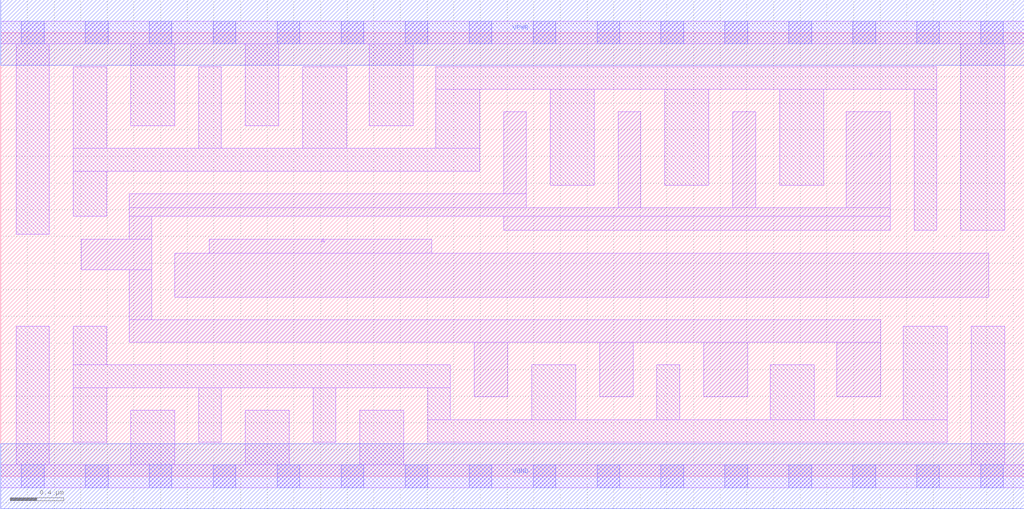
<source format=lef>
# Copyright 2020 The SkyWater PDK Authors
#
# Licensed under the Apache License, Version 2.0 (the "License");
# you may not use this file except in compliance with the License.
# You may obtain a copy of the License at
#
#     https://www.apache.org/licenses/LICENSE-2.0
#
# Unless required by applicable law or agreed to in writing, software
# distributed under the License is distributed on an "AS IS" BASIS,
# WITHOUT WARRANTIES OR CONDITIONS OF ANY KIND, either express or implied.
# See the License for the specific language governing permissions and
# limitations under the License.
#
# SPDX-License-Identifier: Apache-2.0

VERSION 5.7 ;
  NAMESCASESENSITIVE ON ;
  NOWIREEXTENSIONATPIN ON ;
  DIVIDERCHAR "/" ;
  BUSBITCHARS "[]" ;
UNITS
  DATABASE MICRONS 200 ;
END UNITS
MACRO sky130_fd_sc_lp__invlp_8
  CLASS CORE ;
  FOREIGN sky130_fd_sc_lp__invlp_8 ;
  ORIGIN  0.000000  0.000000 ;
  SIZE  7.680000 BY  3.330000 ;
  SYMMETRY X Y R90 ;
  SITE unit ;
  PIN A
    ANTENNAGATEAREA  5.040000 ;
    DIRECTION INPUT ;
    USE SIGNAL ;
    PORT
      LAYER li1 ;
        RECT 1.305000 1.345000 7.415000 1.675000 ;
        RECT 1.565000 1.675000 3.235000 1.780000 ;
    END
  END A
  PIN Y
    ANTENNADIFFAREA  2.499000 ;
    DIRECTION OUTPUT ;
    USE SIGNAL ;
    PORT
      LAYER li1 ;
        RECT 0.605000 1.550000 1.135000 1.780000 ;
        RECT 0.965000 1.005000 6.605000 1.175000 ;
        RECT 0.965000 1.175000 1.135000 1.550000 ;
        RECT 0.965000 1.780000 1.135000 1.950000 ;
        RECT 0.965000 1.950000 6.675000 2.015000 ;
        RECT 0.965000 2.015000 3.945000 2.120000 ;
        RECT 3.555000 0.595000 3.805000 1.005000 ;
        RECT 3.775000 1.845000 6.675000 1.950000 ;
        RECT 3.775000 2.120000 3.945000 2.735000 ;
        RECT 4.495000 0.595000 4.745000 1.005000 ;
        RECT 4.635000 2.015000 4.805000 2.735000 ;
        RECT 5.275000 0.595000 5.605000 1.005000 ;
        RECT 5.495000 2.015000 5.665000 2.735000 ;
        RECT 6.275000 0.595000 6.605000 1.005000 ;
        RECT 6.345000 2.015000 6.675000 2.735000 ;
    END
  END Y
  PIN VGND
    DIRECTION INOUT ;
    USE GROUND ;
    PORT
      LAYER met1 ;
        RECT 0.000000 -0.245000 7.680000 0.245000 ;
    END
  END VGND
  PIN VPWR
    DIRECTION INOUT ;
    USE POWER ;
    PORT
      LAYER met1 ;
        RECT 0.000000 3.085000 7.680000 3.575000 ;
    END
  END VPWR
  OBS
    LAYER li1 ;
      RECT 0.000000 -0.085000 7.680000 0.085000 ;
      RECT 0.000000  3.245000 7.680000 3.415000 ;
      RECT 0.115000  0.085000 0.365000 1.125000 ;
      RECT 0.115000  1.815000 0.365000 3.245000 ;
      RECT 0.545000  0.255000 0.795000 0.665000 ;
      RECT 0.545000  0.665000 3.375000 0.835000 ;
      RECT 0.545000  0.835000 0.795000 1.125000 ;
      RECT 0.545000  1.950000 0.795000 2.290000 ;
      RECT 0.545000  2.290000 3.595000 2.460000 ;
      RECT 0.545000  2.460000 0.795000 3.075000 ;
      RECT 0.975000  0.085000 1.305000 0.495000 ;
      RECT 0.975000  2.630000 1.305000 3.245000 ;
      RECT 1.485000  0.255000 1.655000 0.665000 ;
      RECT 1.485000  2.460000 1.655000 3.075000 ;
      RECT 1.835000  0.085000 2.165000 0.495000 ;
      RECT 1.835000  2.630000 2.085000 3.245000 ;
      RECT 2.265000  2.460000 2.595000 3.075000 ;
      RECT 2.345000  0.255000 2.515000 0.665000 ;
      RECT 2.695000  0.085000 3.025000 0.495000 ;
      RECT 2.765000  2.630000 3.095000 3.245000 ;
      RECT 3.205000  0.255000 7.105000 0.425000 ;
      RECT 3.205000  0.425000 3.375000 0.665000 ;
      RECT 3.265000  2.460000 3.595000 2.905000 ;
      RECT 3.265000  2.905000 7.025000 3.075000 ;
      RECT 3.985000  0.425000 4.315000 0.835000 ;
      RECT 4.125000  2.185000 4.455000 2.905000 ;
      RECT 4.925000  0.425000 5.095000 0.835000 ;
      RECT 4.985000  2.185000 5.315000 2.905000 ;
      RECT 5.775000  0.425000 6.105000 0.835000 ;
      RECT 5.845000  2.185000 6.175000 2.905000 ;
      RECT 6.775000  0.425000 7.105000 1.125000 ;
      RECT 6.855000  1.845000 7.025000 2.905000 ;
      RECT 7.205000  1.845000 7.535000 3.245000 ;
      RECT 7.285000  0.085000 7.535000 1.125000 ;
    LAYER mcon ;
      RECT 0.155000 -0.085000 0.325000 0.085000 ;
      RECT 0.155000  3.245000 0.325000 3.415000 ;
      RECT 0.635000 -0.085000 0.805000 0.085000 ;
      RECT 0.635000  3.245000 0.805000 3.415000 ;
      RECT 1.115000 -0.085000 1.285000 0.085000 ;
      RECT 1.115000  3.245000 1.285000 3.415000 ;
      RECT 1.595000 -0.085000 1.765000 0.085000 ;
      RECT 1.595000  3.245000 1.765000 3.415000 ;
      RECT 2.075000 -0.085000 2.245000 0.085000 ;
      RECT 2.075000  3.245000 2.245000 3.415000 ;
      RECT 2.555000 -0.085000 2.725000 0.085000 ;
      RECT 2.555000  3.245000 2.725000 3.415000 ;
      RECT 3.035000 -0.085000 3.205000 0.085000 ;
      RECT 3.035000  3.245000 3.205000 3.415000 ;
      RECT 3.515000 -0.085000 3.685000 0.085000 ;
      RECT 3.515000  3.245000 3.685000 3.415000 ;
      RECT 3.995000 -0.085000 4.165000 0.085000 ;
      RECT 3.995000  3.245000 4.165000 3.415000 ;
      RECT 4.475000 -0.085000 4.645000 0.085000 ;
      RECT 4.475000  3.245000 4.645000 3.415000 ;
      RECT 4.955000 -0.085000 5.125000 0.085000 ;
      RECT 4.955000  3.245000 5.125000 3.415000 ;
      RECT 5.435000 -0.085000 5.605000 0.085000 ;
      RECT 5.435000  3.245000 5.605000 3.415000 ;
      RECT 5.915000 -0.085000 6.085000 0.085000 ;
      RECT 5.915000  3.245000 6.085000 3.415000 ;
      RECT 6.395000 -0.085000 6.565000 0.085000 ;
      RECT 6.395000  3.245000 6.565000 3.415000 ;
      RECT 6.875000 -0.085000 7.045000 0.085000 ;
      RECT 6.875000  3.245000 7.045000 3.415000 ;
      RECT 7.355000 -0.085000 7.525000 0.085000 ;
      RECT 7.355000  3.245000 7.525000 3.415000 ;
  END
END sky130_fd_sc_lp__invlp_8
END LIBRARY

</source>
